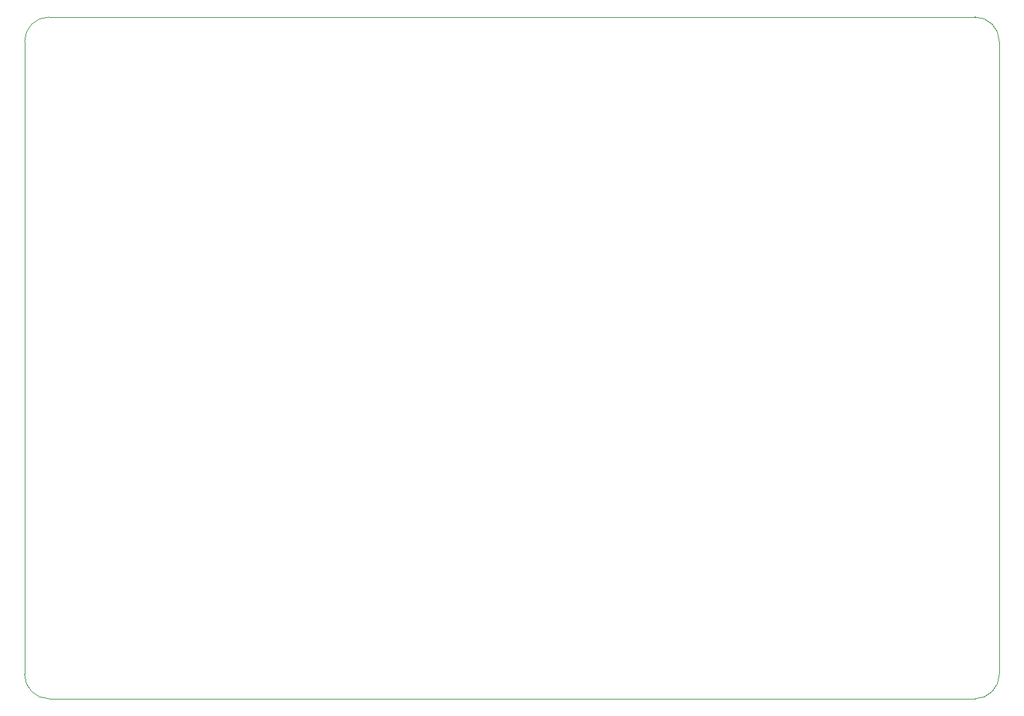
<source format=gbr>
%TF.GenerationSoftware,KiCad,Pcbnew,9.0.6*%
%TF.CreationDate,2026-01-04T18:25:18-08:00*%
%TF.ProjectId,2025_Animation_Controller,32303235-5f41-46e6-996d-6174696f6e5f,rev?*%
%TF.SameCoordinates,Original*%
%TF.FileFunction,Profile,NP*%
%FSLAX46Y46*%
G04 Gerber Fmt 4.6, Leading zero omitted, Abs format (unit mm)*
G04 Created by KiCad (PCBNEW 9.0.6) date 2026-01-04 18:25:18*
%MOMM*%
%LPD*%
G01*
G04 APERTURE LIST*
%TA.AperFunction,Profile*%
%ADD10C,0.050000*%
%TD*%
G04 APERTURE END LIST*
D10*
X93400000Y-41420000D02*
G75*
G02*
X96400000Y-38420000I3000000J0D01*
G01*
X210400000Y-38420000D02*
G75*
G02*
X213400000Y-41420000I0J-3000000D01*
G01*
X93400000Y-119420000D02*
X93400000Y-41420000D01*
X213400000Y-119420000D02*
G75*
G02*
X210400000Y-122420000I-3000000J0D01*
G01*
X210400000Y-122420000D02*
X96400000Y-122420000D01*
X96400000Y-38420000D02*
X210400000Y-38420000D01*
X213400000Y-41420000D02*
X213400000Y-119420000D01*
X96400000Y-122420000D02*
G75*
G02*
X93400000Y-119420000I0J3000000D01*
G01*
M02*

</source>
